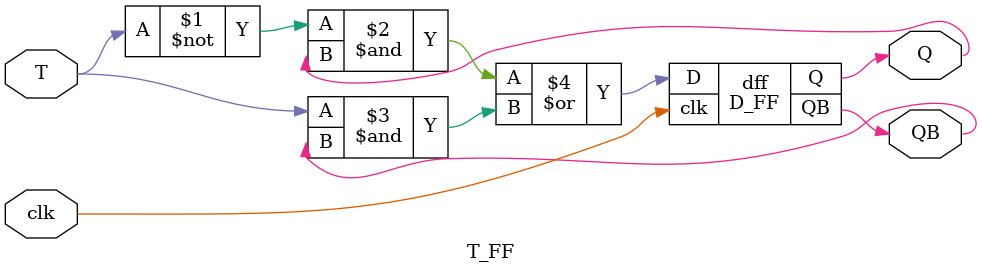
<source format=v>
module LAB2_1 (KEY, SW, HEX3, HEX2, HEX1, HEX0);
	input [3:0] KEY;
	input [9:0] SW;
	output [6:0] HEX3, HEX2, HEX1, HEX0;
	wire [15:0] num;
	
	//counter Counter(KEY[0], SW[1], SW[0], num);
endmodule

module counter (clk, en, reset, num);
	input clk, en, reset;
	output [15:0] num;
	
endmodule

module D_FF (D, clk, Q, QB);
	input D, clk;
	output reg Q, QB;
	
	always @(posedge clk) begin
		Q = D;
		QB = ~D;
	end
endmodule

module T_FF (T, clk, Q, QB);
	input T, clk;
	output Q, QB;
	
	D_FF dff((~T&Q)|(T&QB), clk, Q, QB);
endmodule

</source>
